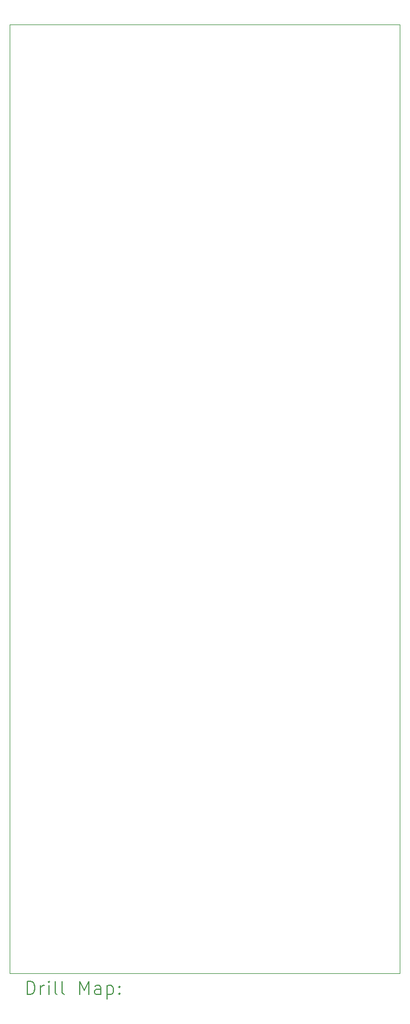
<source format=gbr>
%FSLAX45Y45*%
G04 Gerber Fmt 4.5, Leading zero omitted, Abs format (unit mm)*
G04 Created by KiCad (PCBNEW 6.0.6-3a73a75311~116~ubuntu20.04.1) date 2022-07-16 23:39:22*
%MOMM*%
%LPD*%
G01*
G04 APERTURE LIST*
%TA.AperFunction,Profile*%
%ADD10C,0.050000*%
%TD*%
%ADD11C,0.200000*%
G04 APERTURE END LIST*
D10*
X10900000Y-18600000D02*
X10900000Y-4500000D01*
X16700000Y-4500000D02*
X16700000Y-18600000D01*
X10900000Y-4500000D02*
X16700000Y-4500000D01*
X16700000Y-18600000D02*
X10900000Y-18600000D01*
D11*
X11155119Y-18912976D02*
X11155119Y-18712976D01*
X11202738Y-18712976D01*
X11231309Y-18722500D01*
X11250357Y-18741548D01*
X11259881Y-18760595D01*
X11269405Y-18798690D01*
X11269405Y-18827262D01*
X11259881Y-18865357D01*
X11250357Y-18884405D01*
X11231309Y-18903452D01*
X11202738Y-18912976D01*
X11155119Y-18912976D01*
X11355119Y-18912976D02*
X11355119Y-18779643D01*
X11355119Y-18817738D02*
X11364643Y-18798690D01*
X11374167Y-18789167D01*
X11393214Y-18779643D01*
X11412262Y-18779643D01*
X11478928Y-18912976D02*
X11478928Y-18779643D01*
X11478928Y-18712976D02*
X11469405Y-18722500D01*
X11478928Y-18732024D01*
X11488452Y-18722500D01*
X11478928Y-18712976D01*
X11478928Y-18732024D01*
X11602738Y-18912976D02*
X11583690Y-18903452D01*
X11574167Y-18884405D01*
X11574167Y-18712976D01*
X11707500Y-18912976D02*
X11688452Y-18903452D01*
X11678928Y-18884405D01*
X11678928Y-18712976D01*
X11936071Y-18912976D02*
X11936071Y-18712976D01*
X12002738Y-18855833D01*
X12069405Y-18712976D01*
X12069405Y-18912976D01*
X12250357Y-18912976D02*
X12250357Y-18808214D01*
X12240833Y-18789167D01*
X12221786Y-18779643D01*
X12183690Y-18779643D01*
X12164643Y-18789167D01*
X12250357Y-18903452D02*
X12231309Y-18912976D01*
X12183690Y-18912976D01*
X12164643Y-18903452D01*
X12155119Y-18884405D01*
X12155119Y-18865357D01*
X12164643Y-18846310D01*
X12183690Y-18836786D01*
X12231309Y-18836786D01*
X12250357Y-18827262D01*
X12345595Y-18779643D02*
X12345595Y-18979643D01*
X12345595Y-18789167D02*
X12364643Y-18779643D01*
X12402738Y-18779643D01*
X12421786Y-18789167D01*
X12431309Y-18798690D01*
X12440833Y-18817738D01*
X12440833Y-18874881D01*
X12431309Y-18893929D01*
X12421786Y-18903452D01*
X12402738Y-18912976D01*
X12364643Y-18912976D01*
X12345595Y-18903452D01*
X12526548Y-18893929D02*
X12536071Y-18903452D01*
X12526548Y-18912976D01*
X12517024Y-18903452D01*
X12526548Y-18893929D01*
X12526548Y-18912976D01*
X12526548Y-18789167D02*
X12536071Y-18798690D01*
X12526548Y-18808214D01*
X12517024Y-18798690D01*
X12526548Y-18789167D01*
X12526548Y-18808214D01*
M02*

</source>
